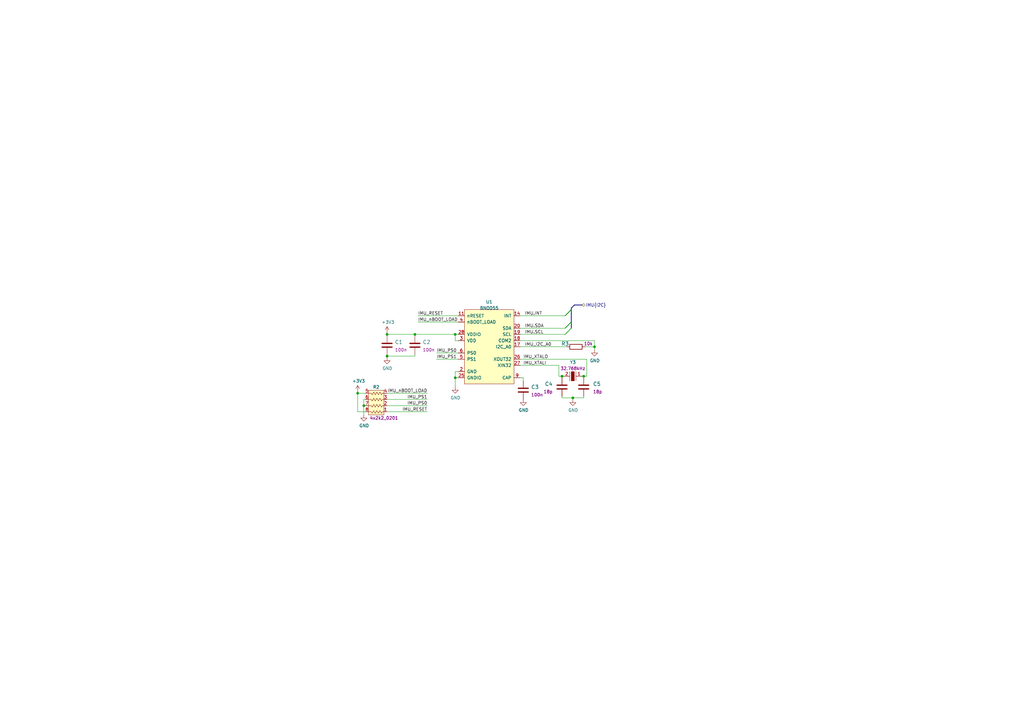
<source format=kicad_sch>
(kicad_sch (version 20211123) (generator eeschema)
  (paper "A3")
  (lib_symbols
    (symbol "synermycha-electronics:C_100n_0402" (pin_names (offset 0))
      (property "Reference" "C" (at -1.397 3.429 0))
      (property "Val" "100n" (at 0 -2.54 0))
      (symbol "C_100n_0402_1_1"
        (polyline (pts (xy -2.032 -0.762) (xy 2.032 -0.762)) (stroke (width 0.508)))
        (polyline (pts (xy -2.032 0.762) (xy 2.032 0.762)) (stroke (width 0.508)))
        (pin passive line (at 0 3.81 270) (length 2.794) (name "~") (number "1"))
        (pin passive line (at 0 -3.81 90) (length 2.794) (name "~") (number "2"))
      )
    )
    (symbol "synermycha-electronics:C_18p_0402" (pin_names (offset 0))
      (property "Reference" "C" (at -1.397 3.429 0))
      (property "Val" "18p" (at 0 -2.54 0))
      (symbol "C_18p_0402_1_1"
        (polyline (pts (xy -2.032 -0.762) (xy 2.032 -0.762)) (stroke (width 0.508)))
        (polyline (pts (xy -2.032 0.762) (xy 2.032 0.762)) (stroke (width 0.508)))
        (pin passive line (at 0 3.81 270) (length 2.794) (name "~") (number "1"))
        (pin passive line (at 0 -3.81 90) (length 2.794) (name "~") (number "2"))
      )
    )
    (symbol "synermycha-electronics:ECS-_327-12_5-34B-TR" (pin_names (offset 1.016))
      (property "Reference" "Y" (at 0 3.81 0))
      (property "VAL" "32.768kHz" (at 0 -7.62 0))
      (symbol "ECS-_327-12_5-34B-TR_1_1"
        (rectangle (start -0.635 1.905) (end 0.635 -1.905) (fill (type outline)))
        (polyline (pts (xy -1.27 1.905) (xy -1.27 -1.905)))
        (polyline (pts (xy 1.27 1.905) (xy 1.27 -1.905)))
        (pin bidirectional line (at -3.81 0 0) (length 2.54) (name "~") (number "1"))
        (pin bidirectional line (at 3.81 0 180) (length 2.54) (name "~") (number "2"))
      )
    )
    (symbol "synermycha-electronics:BNO055" (pin_names (offset 1.016))
      (property "Reference" "U" (at -10.16 17.78 0))
      (property "Value" "BNO055" (at 5.08 17.78 0))
      (symbol "BNO055_0_1"
        (rectangle (start -10.16 15.24) (end 10.16 -15.24) (fill (type background)))
      )
      (symbol "BNO055_1_1"
        (pin no_connect line (at -10.16 7.62 0) (length 2.54) hide (name "PIN1") (number "1"))
        (pin passive line (at -12.7 -12.7 0) (length 2.54) hide (name "PIN10") (number "10"))
        (pin input line (at -12.7 12.7 0) (length 2.54) (name "nRESET") (number "11"))
        (pin no_connect line (at 10.16 10.16 180) (length 2.54) hide (name "PIN12") (number "12"))
        (pin no_connect line (at 10.16 -2.54 180) (length 2.54) hide (name "PIN13") (number "13"))
        (pin output line (at 12.7 12.7 180) (length 2.54) (name "INT") (number "14"))
        (pin passive line (at -12.7 -12.7 0) (length 2.54) hide (name "PIN15") (number "15"))
        (pin passive line (at -12.7 -12.7 0) (length 2.54) hide (name "PIN16") (number "16"))
        (pin input line (at 12.7 0 180) (length 2.54) (name "COM3") (number "17") (alternate "I2C_A0" input line))
        (pin input line (at 12.7 2.54 180) (length 2.54) (name "COM2") (number "18"))
        (pin input line (at 12.7 5.08 180) (length 2.54) (name "COM1") (number "19") (alternate "SCL" input line))
        (pin power_in line (at -12.7 -10.16 0) (length 2.54) (name "GND") (number "2"))
        (pin input line (at 12.7 7.62 180) (length 2.54) (name "COM0") (number "20") (alternate "SDA" bidirectional line))
        (pin no_connect line (at -10.16 -7.62 0) (length 2.54) hide (name "PIN21") (number "21"))
        (pin no_connect line (at 2.54 -15.24 270) (length 2.54) hide (name "PIN22") (number "22"))
        (pin no_connect line (at 0 -15.24 270) (length 2.54) hide (name "PIN23") (number "23"))
        (pin no_connect line (at -2.54 -15.24 270) (length 2.54) hide (name "PIN24") (number "24"))
        (pin power_in line (at -12.7 -12.7 0) (length 2.54) (name "GNDIO") (number "25"))
        (pin output line (at 12.7 -5.08 180) (length 2.54) (name "XOUT32") (number "26"))
        (pin input line (at 12.7 -7.62 180) (length 2.54) (name "XIN32") (number "27"))
        (pin power_in line (at -12.7 5.08 0) (length 2.54) (name "VDDIO") (number "28"))
        (pin power_in line (at -12.7 2.54 0) (length 2.54) (name "VDD") (number "3"))
        (pin input line (at -12.7 10.16 0) (length 2.54) (name "nBOOT_LOAD") (number "4"))
        (pin input line (at -12.7 -5.08 0) (length 2.54) (name "PS1") (number "5"))
        (pin input line (at -12.7 -2.54 0) (length 2.54) (name "PS0") (number "6"))
        (pin no_connect line (at -10.16 0 0) (length 2.54) hide (name "PIN7") (number "7"))
        (pin no_connect line (at 10.16 -10.16 180) (length 2.54) hide (name "PIN8") (number "8"))
        (pin passive line (at 12.7 -12.7 180) (length 2.54) (name "CAP") (number "9"))
      )
    )
    (symbol "synermycha-electronics:4x10k_0201_array" (pin_names (offset 1.016))
      (property "Reference" "R" (at -5.08 13.97 0))
      (property "Val" "4x2k2_0201" (at 0 0 0))
      (symbol "4x10k_0201_array_0_1"
        (rectangle (start -3.81 11.43) (end 2.54 1.27) (fill (type background)))
        (rectangle (start -1.27 8.89) (end -1.27 8.89))
        (polyline (pts (xy -3.81 7.62) (xy -3.175 7.62) (xy -2.794 8.255) (xy -2.159 7.112) (xy -1.524 8.255) (xy -0.889 7.112) (xy -0.254 8.255) (xy 0.381 7.112) (xy 1.016 8.255) (xy 1.397 7.62) (xy 2.413 7.62)))
      )
      (symbol "4x10k_0201_array_1_1"
        (polyline (pts (xy -3.81 2.54) (xy -3.175 2.54) (xy -2.794 3.175) (xy -2.159 2.032) (xy -1.524 3.175) (xy -0.889 2.032) (xy -0.254 3.175) (xy 0.381 2.032) (xy 1.016 3.175) (xy 1.397 2.54) (xy 2.413 2.54)))
        (polyline (pts (xy -3.81 5.08) (xy -3.175 5.08) (xy -2.794 5.715) (xy -2.159 4.572) (xy -1.524 5.715) (xy -0.889 4.572) (xy -0.254 5.715) (xy 0.381 4.572) (xy 1.016 5.715) (xy 1.397 5.08) (xy 2.413 5.08)))
        (polyline (pts (xy -3.81 10.16) (xy -3.175 10.16) (xy -2.794 10.795) (xy -2.159 9.652) (xy -1.524 10.795) (xy -0.889 9.652) (xy -0.254 10.795) (xy 0.381 9.652) (xy 1.016 10.795) (xy 1.397 10.16) (xy 2.413 10.16)))
        (pin passive line (at -5.08 10.16 0) (length 1.27) (name "~") (number "1"))
        (pin passive line (at -5.08 7.62 0) (length 1.27) (name "~") (number "2"))
        (pin passive line (at -5.08 5.08 0) (length 1.27) (name "~") (number "3"))
        (pin passive line (at -5.08 2.54 0) (length 1.27) (name "~") (number "4"))
        (pin passive line (at 3.81 2.54 180) (length 1.27) (name "~") (number "5"))
        (pin passive line (at 3.81 5.08 180) (length 1.27) (name "~") (number "6"))
        (pin passive line (at 3.81 7.62 180) (length 1.27) (name "~") (number "7"))
        (pin passive line (at 3.81 10.16 180) (length 1.27) (name "~") (number "8"))
      )
    )
    (symbol "synermycha-electronics:R_10k_0402" (pin_names (offset 0))
      (property "Reference" "R" (at -1.397 3.429 0))
      (property "Val" "10k" (at 0 -2.54 0))
      (symbol "R_10k_0402_1_1"
        (rectangle (start 2.54 -1.016) (end -2.54 1.016) (stroke (width 0.254)))
        (pin passive line (at -3.81 0 0) (length 1.27) (name "~") (number "1"))
        (pin passive line (at 3.81 0 180) (length 1.27) (name "~") (number "2"))
      )
    )
    (symbol "synermycha-electronics:+3V3" (power) (pin_names (offset 0))
      (property "Value" "+3V3" (at 0 3.556 0))
      (symbol "+3V3_0_1"
        (polyline (pts (xy -0.762 1.27) (xy 0 2.54)))
        (polyline (pts (xy 0 0) (xy 0 2.54)))
        (polyline (pts (xy 0 2.54) (xy 0.762 1.27)))
      )
      (symbol "+3V3_1_1"
        (pin power_in line (at 0 0 90) (length 0) hide (name "+3V3") (number "1"))
      )
    )
    (symbol "synermycha-electronics:GND" (power) (pin_names (offset 0))
      (property "Value" "GND" (at 0 -3.81 0))
      (symbol "GND_0_1"
        (polyline (pts (xy 0 0) (xy 0 -1.27) (xy 1.27 -1.27) (xy 0 -2.54) (xy -1.27 -1.27) (xy 0 -1.27)))
      )
      (symbol "GND_1_1"
        (pin power_in line (at 0 0 270) (length 0) hide (name "GND") (number "1"))
      )
    )
  )
  (junction (at 158.75 146.05))
  (junction (at 230.505 154.305))
  (junction (at 146.685 161.29))
  (junction (at 186.69 137.16))
  (junction (at 243.84 142.24))
  (junction (at 158.75 137.16))
  (junction (at 170.18 137.16))
  (junction (at 239.395 154.305))
  (junction (at 234.95 163.195))
  (junction (at 186.69 154.94))
  (junction (at 149.225 166.37))
  (bus_entry (at 231.775 134.62) (size 2.54 -2.54))
  (bus_entry (at 234.315 127) (size -2.54 2.54))
  (bus_entry (at 231.775 129.54) (size 2.54 -2.54))
  (bus_entry (at 234.315 132.08) (size -2.54 2.54))
  (bus_entry (at 234.315 134.62) (size -2.54 2.54))
  (bus_entry (at 234.315 132.08) (size -2.54 2.54))
  (bus_entry (at 234.315 132.08) (size -2.54 2.54))
  (bus_entry (at 234.315 127) (size -2.54 2.54))
  (bus_entry (at 234.315 132.08) (size -2.54 2.54))
  (bus_entry (at 234.315 134.62) (size -2.54 2.54))
  (bus_entry (at 234.315 127) (size -2.54 2.54))
  (bus_entry (at 234.315 132.08) (size -2.54 2.54))
  (bus_entry (at 231.775 137.16) (size 2.54 -2.54))
  (bus_entry (at 234.315 127) (size -2.54 2.54))
  (bus_entry (at 234.315 127) (size -2.54 2.54))
  (wire (pts (xy 149.225 163.83) (xy 149.225 166.37)))
  (wire (pts (xy 146.685 160.655) (xy 146.685 161.29)))
  (wire (pts (xy 158.75 136.525) (xy 158.75 137.16)))
  (bus (pts (xy 234.315 127) (xy 234.315 132.08)))
  (wire (pts (xy 186.69 137.16) (xy 186.69 139.7)))
  (wire (pts (xy 230.505 162.56) (xy 230.505 163.195)))
  (wire (pts (xy 149.225 163.83) (xy 149.86 163.83)))
  (wire (pts (xy 239.395 163.195) (xy 234.95 163.195)))
  (wire (pts (xy 240.665 154.305) (xy 239.395 154.305)))
  (wire (pts (xy 239.395 162.56) (xy 239.395 163.195)))
  (bus (pts (xy 235.585 125.095) (xy 238.76 125.095)))
  (wire (pts (xy 243.84 139.7) (xy 243.84 142.24)))
  (wire (pts (xy 187.96 152.4) (xy 186.69 152.4)))
  (wire (pts (xy 175.26 168.91) (xy 158.75 168.91)))
  (wire (pts (xy 171.45 129.54) (xy 187.96 129.54)))
  (wire (pts (xy 243.84 142.24) (xy 243.84 143.51)))
  (wire (pts (xy 213.36 129.54) (xy 231.775 129.54)))
  (wire (pts (xy 179.07 147.32) (xy 187.96 147.32)))
  (wire (pts (xy 146.685 168.91) (xy 146.685 161.29)))
  (wire (pts (xy 158.75 146.05) (xy 158.75 146.685)))
  (wire (pts (xy 230.505 154.305) (xy 230.505 154.94)))
  (wire (pts (xy 240.665 147.32) (xy 213.36 147.32)))
  (wire (pts (xy 149.225 166.37) (xy 149.86 166.37)))
  (wire (pts (xy 187.96 154.94) (xy 186.69 154.94)))
  (wire (pts (xy 231.14 154.305) (xy 230.505 154.305)))
  (wire (pts (xy 170.18 137.16) (xy 186.69 137.16)))
  (wire (pts (xy 240.03 142.24) (xy 243.84 142.24)))
  (wire (pts (xy 175.26 163.83) (xy 158.75 163.83)))
  (wire (pts (xy 187.96 139.7) (xy 186.69 139.7)))
  (wire (pts (xy 175.26 161.29) (xy 158.75 161.29)))
  (wire (pts (xy 186.69 152.4) (xy 186.69 154.94)))
  (wire (pts (xy 171.45 132.08) (xy 187.96 132.08)))
  (wire (pts (xy 213.36 149.86) (xy 229.235 149.86)))
  (wire (pts (xy 240.665 147.32) (xy 240.665 154.305)))
  (wire (pts (xy 229.235 154.305) (xy 230.505 154.305)))
  (wire (pts (xy 146.685 161.29) (xy 149.86 161.29)))
  (wire (pts (xy 158.75 137.16) (xy 170.18 137.16)))
  (wire (pts (xy 214.63 154.94) (xy 214.63 156.21)))
  (wire (pts (xy 175.26 166.37) (xy 158.75 166.37)))
  (wire (pts (xy 170.18 146.05) (xy 158.75 146.05)))
  (wire (pts (xy 234.95 163.195) (xy 230.505 163.195)))
  (wire (pts (xy 158.75 145.415) (xy 158.75 146.05)))
  (wire (pts (xy 149.225 166.37) (xy 149.225 170.18)))
  (wire (pts (xy 170.18 137.16) (xy 170.18 137.795)))
  (wire (pts (xy 170.18 145.415) (xy 170.18 146.05)))
  (wire (pts (xy 234.95 163.195) (xy 234.95 163.83)))
  (bus (pts (xy 234.315 132.08) (xy 234.315 134.62)))
  (wire (pts (xy 158.75 137.16) (xy 158.75 137.795)))
  (wire (pts (xy 179.07 144.78) (xy 187.96 144.78)))
  (wire (pts (xy 213.36 154.94) (xy 214.63 154.94)))
  (bus (pts (xy 234.315 126.365) (xy 234.315 127)))
  (wire (pts (xy 213.36 134.62) (xy 231.775 134.62)))
  (wire (pts (xy 213.36 139.7) (xy 243.84 139.7)))
  (wire (pts (xy 186.69 137.16) (xy 187.96 137.16)))
  (bus (pts (xy 234.315 126.365) (xy 235.585 125.095)))
  (wire (pts (xy 239.395 154.305) (xy 239.395 154.94)))
  (wire (pts (xy 213.36 142.24) (xy 232.41 142.24)))
  (wire (pts (xy 186.69 154.94) (xy 186.69 158.75)))
  (wire (pts (xy 229.235 149.86) (xy 229.235 154.305)))
  (wire (pts (xy 146.685 168.91) (xy 149.86 168.91)))
  (wire (pts (xy 213.36 137.16) (xy 231.775 137.16)))
  (wire (pts (xy 238.76 154.305) (xy 239.395 154.305)))
  (label "IMU_I2C_A0" (at 215.265 142.24 0))
  (label "IMU_PS0" (at 175.26 166.37 180))
  (label "IMU_RESET" (at 171.45 129.54 0))
  (label "IMU.SCL" (at 215.265 137.16 0))
  (label "IMU_PS1" (at 175.26 163.83 180))
  (label "IMU_nBOOT_LOAD" (at 171.45 132.08 0))
  (label "IMU_nBOOT_LOAD" (at 175.26 161.29 180))
  (label "IMU_XTALI" (at 214.63 149.86 0))
  (label "IMU.INT" (at 215.265 129.54 0))
  (label "IMU_PS0" (at 179.07 144.78 0))
  (label "IMU.SDA" (at 215.265 134.62 0))
  (label "IMU_RESET" (at 175.26 168.91 180))
  (label "IMU_XTALO" (at 214.63 147.32 0))
  (label "IMU_PS1" (at 179.07 147.32 0))
  (hierarchical_label "IMU{I2C}" (shape bidirectional) (at 238.76 125.095 0))
  (symbol (lib_id "synermycha-electronics:GND") (at 158.75 146.685 0) (unit 1)
    (property "Reference" "#PWR0159" (effects hide))
    (property "Value" "GND" (at 158.877 151.0792 0))
  )
  (symbol (lib_id "synermycha-electronics:+3V3") (at 158.75 136.525 0) (unit 1)
    (property "Reference" "#PWR0160" (effects hide))
    (property "Value" "+3V3" (at 159.131 132.1308 0))
  )
  (symbol (lib_id "synermycha-electronics:4x10k_0201_array") (at 153.67 158.75 180) (unit 1)
    (property "Reference" "R2" (at 154.305 158.75 0))
    (property "Value" "4x10k_0201_array" (effects hide))
    (property "Footprint" "synermycha-electronics-footprints:EXB18V" (effects hide))
    (property "Datasheet" "http://industrial.panasonic.com/cdbs/www-data/pdf/AOC0000/AOC0000C14.pdf" (effects hide))
    (property "MPN" "EXB-18V103JX" (effects hide))
    (property "Manufacturer" "Panasonic" (effects hide))
    (property "Val" "4x2k2_0201" (at 157.48 171.45 0))
  )
  (symbol (lib_id "synermycha-electronics:GND") (at 234.95 163.83 0) (unit 1)
    (property "Reference" "#PWR0107" (effects hide))
    (property "Value" "GND" (at 235.077 168.2242 0))
  )
  (symbol (lib_id "synermycha-electronics:GND") (at 186.69 158.75 0) (unit 1)
    (property "Reference" "#PWR0103" (effects hide))
    (property "Value" "GND" (at 186.817 163.1442 0))
  )
  (symbol (lib_id "synermycha-electronics:+3V3") (at 146.685 160.655 0) (unit 1)
    (property "Reference" "#PWR0104" (effects hide))
    (property "Value" "+3V3" (at 147.066 156.2608 0))
  )
  (symbol (lib_id "synermycha-electronics:C_100n_0402") (at 170.18 141.605 0) (unit 1)
    (property "Reference" "C2" (at 173.355 140.335 0) (effects (font (size 1.524 1.524)) (justify left)))
    (property "Value" "C_100n_0402" (effects hide))
    (property "Footprint" "synermycha-electronics-footprints:0402-cap" (effects hide))
    (property "Manufacturer" "Murata" (effects hide))
    (property "MPN" "GRM155R61H104KE14D" (effects hide))
    (property "Val" "100n" (at 173.355 143.5099 0) (effects (justify left)))
  )
  (symbol (lib_id "synermycha-electronics:C_100n_0402") (at 158.75 141.605 0) (unit 1)
    (property "Reference" "C1" (at 161.925 140.335 0) (effects (font (size 1.524 1.524)) (justify left)))
    (property "Value" "C_100n_0402" (effects hide))
    (property "Footprint" "synermycha-electronics-footprints:0402-cap" (effects hide))
    (property "Manufacturer" "Murata" (effects hide))
    (property "MPN" "GRM155R61H104KE14D" (effects hide))
    (property "Val" "100n" (at 161.925 143.5099 0) (effects (justify left)))
  )
  (symbol (lib_id "synermycha-electronics:GND") (at 149.225 170.18 0) (unit 1)
    (property "Reference" "#PWR0105" (effects hide))
    (property "Value" "GND" (at 149.352 174.5742 0))
  )
  (symbol (lib_id "synermycha-electronics:C_18p_0402") (at 239.395 158.75 0) (mirror y) (unit 1)
    (property "Reference" "C5" (at 243.205 157.48 0) (effects (font (size 1.524 1.524)) (justify right)))
    (property "Value" "C_18p_0402" (effects hide))
    (property "Footprint" "synermycha-electronics-footprints:0402-cap" (effects hide))
    (property "Manufacturer" "MULTICOMP" (effects hide))
    (property "MPN" "MC0402N180J500CT" (effects hide))
    (property "Val" "18p" (at 243.205 160.6549 0) (effects (justify right)))
  )
  (symbol (lib_id "synermycha-electronics:C_18p_0402") (at 230.505 158.75 0) (mirror y) (unit 1)
    (property "Reference" "C4" (at 226.695 157.48 0) (effects (font (size 1.524 1.524)) (justify left)))
    (property "Value" "C_18p_0402" (effects hide))
    (property "Footprint" "synermycha-electronics-footprints:0402-cap" (effects hide))
    (property "Manufacturer" "MULTICOMP" (effects hide))
    (property "MPN" "MC0402N180J500CT" (effects hide))
    (property "Val" "18p" (at 226.695 160.6549 0) (effects (justify left)))
  )
  (symbol (lib_id "synermycha-electronics:C_100n_0402") (at 214.63 160.02 0) (unit 1)
    (property "Reference" "C3" (at 217.805 158.75 0) (effects (font (size 1.524 1.524)) (justify left)))
    (property "Value" "C_100n_0402" (effects hide))
    (property "Footprint" "synermycha-electronics-footprints:0402-cap" (effects hide))
    (property "Manufacturer" "Murata" (effects hide))
    (property "MPN" "GRM155R61H104KE14D" (effects hide))
    (property "Val" "100n" (at 217.805 161.9249 0) (effects (justify left)))
  )
  (symbol (lib_id "synermycha-electronics:BNO055") (at 200.66 142.24 0) (unit 1)
    (property "Reference" "U1" (at 200.66 123.825 0))
    (property "Value" "BNO055" (at 200.66 126.365 0))
    (property "Footprint" "synermycha-electronics-footprints:LGA-28_5.2x3.8mm_BNO0055" (effects hide))
    (property "Datasheet" "https://ae-bst.resource.bosch.com/media/_tech/media/datasheets/BST-BNO055-DS000.pdf" (effects hide))
    (property "MPN" "BNO055" (effects hide))
    (property "Manufacturer" "Bosch Sensortec" (effects hide))
    (pin "17" (alternate "I2C_A0"))
    (pin "19" (alternate "SCL"))
    (pin "20" (alternate "SDA"))
  )
  (symbol (lib_id "synermycha-electronics:R_10k_0402") (at 236.22 142.24 0) (unit 1)
    (property "Reference" "R3" (at 231.775 140.97 0) (effects (font (size 1.524 1.524))))
    (property "Value" "R_10k_0402" (effects hide))
    (property "Footprint" "synermycha-electronics-footprints:0402-res" (effects hide))
    (property "Manufacturer" "VISHAY" (effects hide))
    (property "MPN" "CRCW040210K0FKEDHP" (effects hide))
    (property "Val" "10k" (at 241.3 140.97 0))
  )
  (symbol (lib_id "synermycha-electronics:GND") (at 243.84 143.51 0) (unit 1)
    (property "Reference" "#PWR0106" (effects hide))
    (property "Value" "GND" (at 243.967 147.9042 0))
  )
  (symbol (lib_id "synermycha-electronics:ECS-_327-12_5-34B-TR") (at 234.95 154.305 0) (mirror y) (unit 1)
    (property "Reference" "Y3" (at 234.95 148.59 0))
    (property "Value" "ECS-_327-12_5-34B-TR" (effects hide))
    (property "Footprint" "synermycha-electronics-footprints:SMD-2_3.2x1.5mm" (effects hide))
    (property "Datasheet" "http://www.ecsxtal.com/store/pdf/ecx-31b.pdf" (effects hide))
    (property "MPN" "ECS-.327-12.5-34B-TR" (effects hide))
    (property "Manufacturer" "ECS Inc." (effects hide))
    (property "VAL" "32.768kHz" (at 234.95 151.13 0))
  )
  (symbol (lib_id "synermycha-electronics:GND") (at 214.63 163.83 0) (unit 1)
    (property "Reference" "#PWR0108" (effects hide))
    (property "Value" "GND" (at 214.757 168.2242 0))
  )
)
</source>
